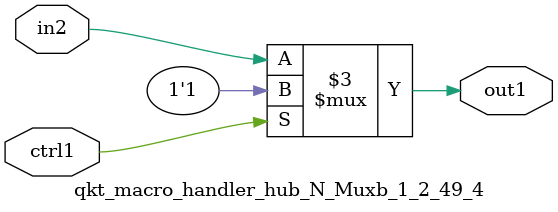
<source format=v>

`timescale 1ps / 1ps


module qkt_macro_handler_hub_N_Muxb_1_2_49_4( in2, ctrl1, out1 );

    input in2;
    input ctrl1;
    output out1;
    reg out1;

    
    // rtl_process:qkt_macro_handler_hub_N_Muxb_1_2_49_4/qkt_macro_handler_hub_N_Muxb_1_2_49_4_thread_1
    always @*
      begin : qkt_macro_handler_hub_N_Muxb_1_2_49_4_thread_1
        case (ctrl1) 
          1'b1: 
            begin
              out1 = 1'b1;
            end
          default: 
            begin
              out1 = in2;
            end
        endcase
      end

endmodule



</source>
